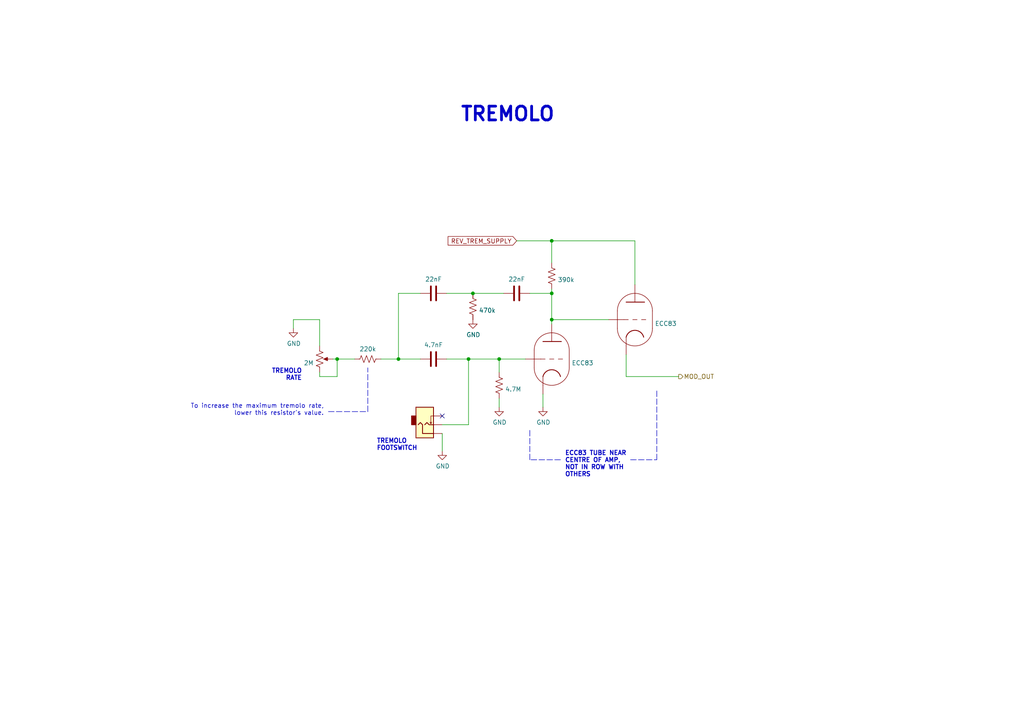
<source format=kicad_sch>
(kicad_sch (version 20211123) (generator eeschema)
  (paper "A4")
  (lib_symbols
    (symbol "Connector:AudioJack2_SwitchT" (pin_numbers hide) (pin_names hide)
      (property "Reference" "J" (at 0 8.89 0))
      (property "Value" "AudioJack2_SwitchT" (at 0 6.35 0))
      (symbol "AudioJack2_SwitchT_0_1"
        (rectangle (start -2.54 0) (end -3.81 -2.54) (stroke (width 0.254)) (fill (type outline)))
        (polyline (pts (xy 1.778 -0.254) (xy 2.032 -0.762)))
        (polyline (pts (xy 0 0) (xy 0.635 -0.635) (xy 1.27 0) (xy 2.54 0)) (stroke (width 0.254)))
        (polyline (pts (xy 2.54 -2.54) (xy 1.778 -2.54) (xy 1.778 -0.254) (xy 1.524 -0.762)))
        (polyline (pts (xy 2.54 2.54) (xy -0.635 2.54) (xy -0.635 0) (xy -1.27 -0.635) (xy -1.905 0)) (stroke (width 0.254)))
        (rectangle (start 2.54 3.81) (end -2.54 -5.08) (stroke (width 0.254)) (fill (type background)))
      )
      (symbol "AudioJack2_SwitchT_1_1"
        (pin passive line (at 5.08 2.54 180) (length 2.54) (name "~") (number "S"))
        (pin passive line (at 5.08 0 180) (length 2.54) (name "~") (number "T"))
        (pin passive line (at 5.08 -2.54 180) (length 2.54) (name "~") (number "TN"))
      )
    )
    (symbol "Device:C" (pin_numbers hide) (pin_names (offset 0.254))
      (property "Reference" "C" (at 0.635 2.54 0))
      (property "Value" "C" (at 0.635 -2.54 0))
      (symbol "C_0_1"
        (polyline (pts (xy -2.032 -0.762) (xy 2.032 -0.762)) (stroke (width 0.508)))
        (polyline (pts (xy -2.032 0.762) (xy 2.032 0.762)) (stroke (width 0.508)))
      )
      (symbol "C_1_1"
        (pin passive line (at 0 3.81 270) (length 2.794) (name "~") (number "1"))
        (pin passive line (at 0 -3.81 90) (length 2.794) (name "~") (number "2"))
      )
    )
    (symbol "Device:R_POT_US" (pin_numbers hide) (pin_names (offset 1.016) hide)
      (property "Reference" "RV" (at -4.445 0 90))
      (property "Value" "Device_R_POT_US" (at -2.54 0 90))
      (symbol "R_POT_US_0_1"
        (polyline (pts (xy 0 -2.286) (xy 0 -2.54)))
        (polyline (pts (xy 0 2.54) (xy 0 2.286)))
        (polyline (pts (xy 2.54 0) (xy 1.524 0)))
        (polyline (pts (xy 1.143 0) (xy 2.286 0.508) (xy 2.286 -0.508) (xy 1.143 0)) (fill (type outline)))
        (polyline (pts (xy 0 -0.762) (xy 1.016 -1.143) (xy 0 -1.524) (xy -1.016 -1.905) (xy 0 -2.286)))
        (polyline (pts (xy 0 0.762) (xy 1.016 0.381) (xy 0 0) (xy -1.016 -0.381) (xy 0 -0.762)))
        (polyline (pts (xy 0 2.286) (xy 1.016 1.905) (xy 0 1.524) (xy -1.016 1.143) (xy 0 0.762)))
      )
      (symbol "R_POT_US_1_1"
        (pin passive line (at 0 3.81 270) (length 1.27) (name "1") (number "1"))
        (pin passive line (at 3.81 0 180) (length 1.27) (name "2") (number "2"))
        (pin passive line (at 0 -3.81 90) (length 1.27) (name "3") (number "3"))
      )
    )
    (symbol "Device:R_US" (pin_numbers hide) (pin_names (offset 0))
      (property "Reference" "R" (at 2.54 0 90))
      (property "Value" "R_US" (at -2.54 0 90))
      (symbol "R_US_0_1"
        (polyline (pts (xy 0 -2.286) (xy 0 -2.54)))
        (polyline (pts (xy 0 2.286) (xy 0 2.54)))
        (polyline (pts (xy 0 -0.762) (xy 1.016 -1.143) (xy 0 -1.524) (xy -1.016 -1.905) (xy 0 -2.286)))
        (polyline (pts (xy 0 0.762) (xy 1.016 0.381) (xy 0 0) (xy -1.016 -0.381) (xy 0 -0.762)))
        (polyline (pts (xy 0 2.286) (xy 1.016 1.905) (xy 0 1.524) (xy -1.016 1.143) (xy 0 0.762)))
      )
      (symbol "R_US_1_1"
        (pin passive line (at 0 3.81 270) (length 1.27) (name "~") (number "1"))
        (pin passive line (at 0 -3.81 90) (length 1.27) (name "~") (number "2"))
      )
    )
    (symbol "ECC83_1" (pin_numbers hide) (pin_names (offset 0) hide)
      (property "Reference" "U" (at 3.302 7.874 0))
      (property "Value" "ECC83_1" (at 8.89 -7.62 0))
      (symbol "ECC83_1_0_1"
        (arc (start -5.08 -2.54) (mid 0 -7.62) (end 5.08 -2.54))
        (polyline (pts (xy 5.08 2.54) (xy 5.08 -2.54)))
        (polyline (pts (xy -5.08 2.54) (xy -5.08 -2.54) (xy -5.08 -2.54)))
        (arc (start 5.08 2.54) (mid 0 7.62) (end -5.08 2.54))
      )
      (symbol "ECC83_1_1_0"
        (polyline (pts (xy -2.54 -5.08) (xy -2.54 -7.62)))
        (polyline (pts (xy 0 5.08) (xy 0 7.62)))
      )
      (symbol "ECC83_1_1_1"
        (polyline (pts (xy -5.08 0) (xy -3.175 0)))
        (polyline (pts (xy -1.905 0) (xy -3.175 0)) (stroke (width 0.1524)))
        (polyline (pts (xy -0.635 0) (xy 0.635 0)) (stroke (width 0.1524)))
        (polyline (pts (xy 1.905 0) (xy 3.175 0)) (stroke (width 0.1524)))
        (polyline (pts (xy -2.54 5.08) (xy 2.794 5.08) (xy 2.794 5.08)) (stroke (width 0.254)))
        (arc (start 2.54 -5.08) (mid 0 -3.0968) (end -2.54 -5.08) (stroke (width 0.254)))
        (pin output line (at 0 10.16 270) (length 2.54) (name "A") (number "6"))
        (pin input line (at -7.62 0 0) (length 2.54) (name "G") (number "7"))
        (pin bidirectional line (at -2.54 -10.16 90) (length 2.54) (name "K") (number "8"))
      )
      (symbol "ECC83_1_2_0"
        (polyline (pts (xy -2.54 -5.08) (xy -2.54 -7.62)))
        (polyline (pts (xy 0 5.08) (xy 0 7.62)))
      )
      (symbol "ECC83_1_2_1"
        (polyline (pts (xy -5.08 0) (xy -3.175 0)))
        (polyline (pts (xy -1.905 0) (xy -3.175 0)) (stroke (width 0.1524)))
        (polyline (pts (xy -0.635 0) (xy 0.635 0)) (stroke (width 0.1524)))
        (polyline (pts (xy 1.905 0) (xy 3.175 0)) (stroke (width 0.1524)))
        (polyline (pts (xy -2.54 5.08) (xy 2.794 5.08) (xy 2.794 5.08)) (stroke (width 0.254)))
        (arc (start 2.54 -5.08) (mid 0 -3.0968) (end -2.54 -5.08) (stroke (width 0.254)))
        (pin output line (at 0 10.16 270) (length 2.54) (name "A") (number "1"))
        (pin input line (at -7.62 0 0) (length 2.54) (name "G") (number "2"))
        (pin bidirectional line (at -2.54 -10.16 90) (length 2.54) (name "K") (number "3"))
      )
      (symbol "ECC83_1_3_1"
        (arc (start 0 -6.35) (mid -1.27 -5.5651) (end -2.54 -6.35))
        (arc (start 2.54 -6.35) (mid 1.27 -5.5651) (end 0 -6.35))
        (pin power_in line (at -2.54 -11.43 90) (length 5.08) (name "F1") (number "4"))
        (pin power_in line (at 2.54 -11.43 90) (length 5.08) (name "F1") (number "5"))
        (pin power_in line (at 0 -11.43 90) (length 5.08) (name "F2") (number "9"))
      )
    )
    (symbol "Valve:ECC83" (pin_numbers hide) (pin_names (offset 0) hide)
      (property "Reference" "U" (at 3.302 7.874 0))
      (property "Value" "ECC83" (at 8.89 -7.62 0))
      (symbol "ECC83_0_1"
        (arc (start -5.08 -2.54) (mid 0 -7.62) (end 5.08 -2.54))
        (polyline (pts (xy 5.08 2.54) (xy 5.08 -2.54)))
        (polyline (pts (xy -5.08 2.54) (xy -5.08 -2.54) (xy -5.08 -2.54)))
        (arc (start 5.08 2.54) (mid 0 7.62) (end -5.08 2.54))
      )
      (symbol "ECC83_1_0"
        (polyline (pts (xy -2.54 -5.08) (xy -2.54 -7.62)))
        (polyline (pts (xy 0 5.08) (xy 0 7.62)))
      )
      (symbol "ECC83_1_1"
        (polyline (pts (xy -5.08 0) (xy -3.175 0)))
        (polyline (pts (xy -1.905 0) (xy -3.175 0)) (stroke (width 0.1524)))
        (polyline (pts (xy -0.635 0) (xy 0.635 0)) (stroke (width 0.1524)))
        (polyline (pts (xy 1.905 0) (xy 3.175 0)) (stroke (width 0.1524)))
        (polyline (pts (xy -2.54 5.08) (xy 2.794 5.08) (xy 2.794 5.08)) (stroke (width 0.254)))
        (arc (start 2.54 -5.08) (mid 0 -3.0968) (end -2.54 -5.08) (stroke (width 0.254)))
        (pin output line (at 0 10.16 270) (length 2.54) (name "A") (number "6"))
        (pin input line (at -7.62 0 0) (length 2.54) (name "G") (number "7"))
        (pin bidirectional line (at -2.54 -10.16 90) (length 2.54) (name "K") (number "8"))
      )
      (symbol "ECC83_2_0"
        (polyline (pts (xy -2.54 -5.08) (xy -2.54 -7.62)))
        (polyline (pts (xy 0 5.08) (xy 0 7.62)))
      )
      (symbol "ECC83_2_1"
        (polyline (pts (xy -5.08 0) (xy -3.175 0)))
        (polyline (pts (xy -1.905 0) (xy -3.175 0)) (stroke (width 0.1524)))
        (polyline (pts (xy -0.635 0) (xy 0.635 0)) (stroke (width 0.1524)))
        (polyline (pts (xy 1.905 0) (xy 3.175 0)) (stroke (width 0.1524)))
        (polyline (pts (xy -2.54 5.08) (xy 2.794 5.08) (xy 2.794 5.08)) (stroke (width 0.254)))
        (arc (start 2.54 -5.08) (mid 0 -3.0968) (end -2.54 -5.08) (stroke (width 0.254)))
        (pin output line (at 0 10.16 270) (length 2.54) (name "A") (number "1"))
        (pin input line (at -7.62 0 0) (length 2.54) (name "G") (number "2"))
        (pin bidirectional line (at -2.54 -10.16 90) (length 2.54) (name "K") (number "3"))
      )
      (symbol "ECC83_3_1"
        (arc (start 0 -6.35) (mid -1.27 -5.5651) (end -2.54 -6.35))
        (arc (start 2.54 -6.35) (mid 1.27 -5.5651) (end 0 -6.35))
        (pin power_in line (at -2.54 -11.43 90) (length 5.08) (name "F1") (number "4"))
        (pin power_in line (at 2.54 -11.43 90) (length 5.08) (name "F1") (number "5"))
        (pin power_in line (at 0 -11.43 90) (length 5.08) (name "F2") (number "9"))
      )
    )
    (symbol "power:GND" (power) (pin_names (offset 0))
      (property "Value" "GND" (at 0 -3.81 0))
      (symbol "GND_0_1"
        (polyline (pts (xy 0 0) (xy 0 -1.27) (xy 1.27 -1.27) (xy 0 -2.54) (xy -1.27 -1.27) (xy 0 -1.27)))
      )
      (symbol "GND_1_1"
        (pin power_in line (at 0 0 270) (length 0) hide (name "GND") (number "1"))
      )
    )
  )
  (junction (at 135.89 104.14))
  (junction (at 97.79 104.14))
  (junction (at 137.16 85.09))
  (junction (at 144.78 104.14))
  (junction (at 160.02 92.71))
  (junction (at 160.02 85.09))
  (junction (at 115.57 104.14))
  (junction (at 160.02 69.85))
  (no_connect (at 128.27 120.65))
  (polyline (pts (xy 153.67 133.35) (xy 153.67 124.46)))
  (wire (pts (xy 92.71 92.71) (xy 85.09 92.71)))
  (wire (pts (xy 152.4 104.14) (xy 144.78 104.14)))
  (wire (pts (xy 144.78 104.14) (xy 135.89 104.14)))
  (wire (pts (xy 184.15 82.55) (xy 184.15 69.85)))
  (polyline (pts (xy 182.88 133.35) (xy 190.5 133.35)))
  (wire (pts (xy 160.02 92.71) (xy 160.02 93.98)))
  (wire (pts (xy 146.05 85.09) (xy 137.16 85.09)))
  (polyline (pts (xy 162.56 133.35) (xy 153.67 133.35)))
  (wire (pts (xy 144.78 118.11) (xy 144.78 115.57)))
  (wire (pts (xy 160.02 85.09) (xy 160.02 83.82)))
  (wire (pts (xy 160.02 76.2) (xy 160.02 69.85)))
  (wire (pts (xy 85.09 92.71) (xy 85.09 95.25)))
  (wire (pts (xy 115.57 104.14) (xy 110.49 104.14)))
  (polyline (pts (xy 95.25 119.38) (xy 106.68 119.38)))
  (wire (pts (xy 181.61 102.87) (xy 181.61 109.22)))
  (wire (pts (xy 144.78 104.14) (xy 144.78 107.95)))
  (wire (pts (xy 115.57 104.14) (xy 115.57 85.09)))
  (wire (pts (xy 184.15 69.85) (xy 160.02 69.85)))
  (wire (pts (xy 137.16 85.09) (xy 129.54 85.09)))
  (wire (pts (xy 97.79 109.22) (xy 97.79 104.14)))
  (wire (pts (xy 135.89 123.19) (xy 135.89 104.14)))
  (wire (pts (xy 92.71 107.95) (xy 92.71 109.22)))
  (wire (pts (xy 181.61 109.22) (xy 196.85 109.22)))
  (wire (pts (xy 160.02 69.85) (xy 149.86 69.85)))
  (wire (pts (xy 92.71 100.33) (xy 92.71 92.71)))
  (polyline (pts (xy 190.5 133.35) (xy 190.5 113.03)))
  (wire (pts (xy 115.57 85.09) (xy 121.92 85.09)))
  (wire (pts (xy 121.92 104.14) (xy 115.57 104.14)))
  (wire (pts (xy 97.79 104.14) (xy 96.52 104.14)))
  (wire (pts (xy 176.53 92.71) (xy 160.02 92.71)))
  (wire (pts (xy 160.02 92.71) (xy 160.02 85.09)))
  (wire (pts (xy 153.67 85.09) (xy 160.02 85.09)))
  (wire (pts (xy 92.71 109.22) (xy 97.79 109.22)))
  (polyline (pts (xy 106.68 119.38) (xy 106.68 106.68)))
  (wire (pts (xy 157.48 118.11) (xy 157.48 114.3)))
  (wire (pts (xy 128.27 130.81) (xy 128.27 125.73)))
  (wire (pts (xy 135.89 104.14) (xy 129.54 104.14)))
  (wire (pts (xy 102.87 104.14) (xy 97.79 104.14)))
  (wire (pts (xy 128.27 123.19) (xy 135.89 123.19)))
  (text "ECC83 TUBE NEAR\nCENTRE OF AMP,\nNOT IN ROW WITH\nOTHERS" (at 163.83 138.43 0) (effects (font (size 1.27 1.27) (thickness 0.254) bold) (justify left bottom)))
  (text "TREMOLO\nRATE" (at 87.63 110.49 180) (effects (font (size 1.27 1.27) (thickness 0.254) bold) (justify right bottom)))
  (text "TREMOLO\nFOOTSWITCH" (at 109.22 130.81 0) (effects (font (size 1.27 1.27) (thickness 0.254) bold) (justify left bottom)))
  (text "To increase the maximum tremolo rate,\nlower this resistor's value." (at 93.98 120.65 0) (effects (font (size 1.27 1.27)) (justify right bottom)))
  (text "TREMOLO" (at 133.35 35.56 0) (effects (font (size 3.9878 3.9878) (thickness 0.7976) bold) (justify left bottom)))
  (global_label "REV_TREM_SUPPLY" (shape input) (at 149.86 69.85 180) (property "Intersheet References" "${INTERSHEET_REFS}" (effects hide)))
  (hierarchical_label "MOD_OUT" (shape output) (at 196.85 109.22 0))
  (symbol (lib_name "ECC83_1") (lib_id "Valve:ECC83") (at 160.02 104.14 0) (unit 1)
    (property "Reference" "U?" (effects hide))
    (property "Value" "ECC83" (at 165.8112 105.283 0) (effects (justify left)))
    (property "Footprint" "Valve:Valve_Noval_P" (effects hide))
    (property "Datasheet" "http://www.r-type.org/pdfs/ecc83.pdf" (effects hide))
  )
  (symbol (lib_id "Valve:ECC83") (at 184.15 92.71 0) (unit 2)
    (property "Reference" "U?" (effects hide))
    (property "Value" "ECC83" (at 189.9412 93.853 0) (effects (justify left)))
    (property "Footprint" "Valve:Valve_Noval_P" (effects hide))
    (property "Datasheet" "http://www.r-type.org/pdfs/ecc83.pdf" (effects hide))
  )
  (symbol (lib_id "Device:R_US") (at 160.02 80.01 0) (unit 1)
    (property "Reference" "R?" (effects hide))
    (property "Value" "390k" (at 161.7472 81.153 0) (effects (justify left)))
  )
  (symbol (lib_id "power:GND") (at 157.48 118.11 0) (unit 1)
    (property "Reference" "#PWR?" (effects hide))
    (property "Value" "GND" (at 157.607 122.5042 0))
  )
  (symbol (lib_id "Device:R_US") (at 144.78 111.76 0) (unit 1)
    (property "Reference" "R?" (effects hide))
    (property "Value" "4.7M" (at 146.5072 112.903 0) (effects (justify left)))
  )
  (symbol (lib_id "power:GND") (at 144.78 118.11 0) (unit 1)
    (property "Reference" "#PWR?" (effects hide))
    (property "Value" "GND" (at 144.907 122.5042 0))
  )
  (symbol (lib_id "Connector:AudioJack2_SwitchT") (at 123.19 123.19 0) (mirror x) (unit 1)
    (property "Reference" "J?" (effects hide))
    (property "Value" "AudioJack2_SwitchT" (effects hide))
  )
  (symbol (lib_id "Device:C") (at 125.73 104.14 270) (unit 1)
    (property "Reference" "C?" (effects hide))
    (property "Value" "4.7nF" (at 125.73 100.0506 90))
  )
  (symbol (lib_id "power:GND") (at 128.27 130.81 0) (unit 1)
    (property "Reference" "#PWR?" (effects hide))
    (property "Value" "GND" (at 128.397 135.2042 0))
  )
  (symbol (lib_id "Device:C") (at 149.86 85.09 270) (unit 1)
    (property "Reference" "C?" (effects hide))
    (property "Value" "22nF" (at 149.86 81.0006 90))
  )
  (symbol (lib_id "Device:C") (at 125.73 85.09 270) (unit 1)
    (property "Reference" "C?" (effects hide))
    (property "Value" "22nF" (at 125.73 81.0006 90))
  )
  (symbol (lib_id "Device:R_US") (at 137.16 88.9 0) (unit 1)
    (property "Reference" "R?" (effects hide))
    (property "Value" "470k" (at 138.8872 90.043 0) (effects (justify left)))
  )
  (symbol (lib_id "power:GND") (at 137.16 92.71 0) (unit 1)
    (property "Reference" "#PWR?" (effects hide))
    (property "Value" "GND" (at 137.287 97.1042 0))
  )
  (symbol (lib_id "Device:R_US") (at 106.68 104.14 270) (unit 1)
    (property "Reference" "R?" (effects hide))
    (property "Value" "220k" (at 106.68 101.2444 90))
  )
  (symbol (lib_id "Device:R_POT_US") (at 92.71 104.14 0) (unit 1)
    (property "Reference" "RV?" (effects hide))
    (property "Value" "2M" (at 90.9828 105.283 0) (effects (justify right)))
  )
  (symbol (lib_id "power:GND") (at 85.09 95.25 0) (unit 1)
    (property "Reference" "#PWR?" (effects hide))
    (property "Value" "GND" (at 85.217 99.6442 0))
  )
)
</source>
